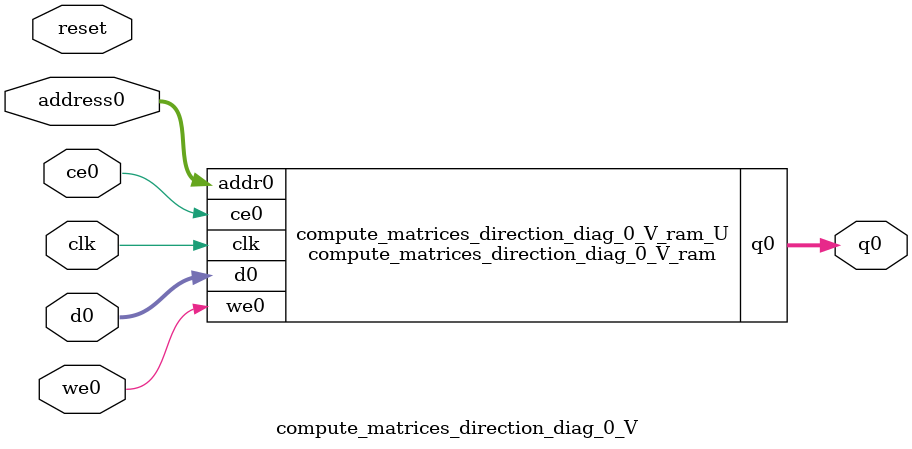
<source format=v>
`timescale 1 ns / 1 ps
module compute_matrices_direction_diag_0_V_ram (addr0, ce0, d0, we0, q0,  clk);

parameter DWIDTH = 2;
parameter AWIDTH = 8;
parameter MEM_SIZE = 256;

input[AWIDTH-1:0] addr0;
input ce0;
input[DWIDTH-1:0] d0;
input we0;
output reg[DWIDTH-1:0] q0;
input clk;

reg [DWIDTH-1:0] ram[0:MEM_SIZE-1];




always @(posedge clk)  
begin 
    if (ce0) begin
        if (we0) 
            ram[addr0] <= d0; 
        q0 <= ram[addr0];
    end
end


endmodule

`timescale 1 ns / 1 ps
module compute_matrices_direction_diag_0_V(
    reset,
    clk,
    address0,
    ce0,
    we0,
    d0,
    q0);

parameter DataWidth = 32'd2;
parameter AddressRange = 32'd256;
parameter AddressWidth = 32'd8;
input reset;
input clk;
input[AddressWidth - 1:0] address0;
input ce0;
input we0;
input[DataWidth - 1:0] d0;
output[DataWidth - 1:0] q0;



compute_matrices_direction_diag_0_V_ram compute_matrices_direction_diag_0_V_ram_U(
    .clk( clk ),
    .addr0( address0 ),
    .ce0( ce0 ),
    .we0( we0 ),
    .d0( d0 ),
    .q0( q0 ));

endmodule


</source>
